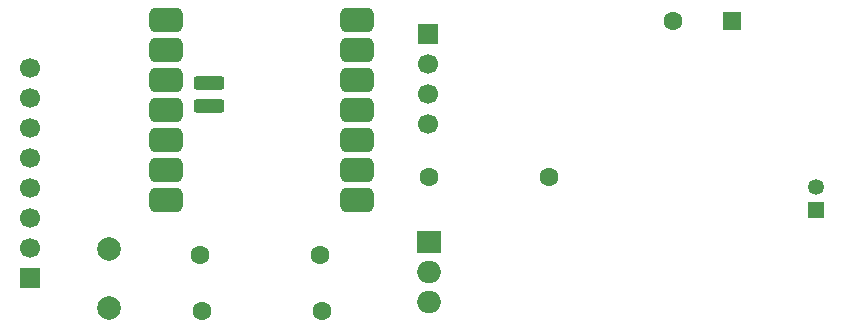
<source format=gbr>
G04 #@! TF.GenerationSoftware,KiCad,Pcbnew,9.0.4*
G04 #@! TF.CreationDate,2026-01-25T14:47:56-08:00*
G04 #@! TF.ProjectId,e-ink_PCB,652d696e-6b5f-4504-9342-2e6b69636164,rev?*
G04 #@! TF.SameCoordinates,Original*
G04 #@! TF.FileFunction,Soldermask,Top*
G04 #@! TF.FilePolarity,Negative*
%FSLAX46Y46*%
G04 Gerber Fmt 4.6, Leading zero omitted, Abs format (unit mm)*
G04 Created by KiCad (PCBNEW 9.0.4) date 2026-01-25 14:47:56*
%MOMM*%
%LPD*%
G01*
G04 APERTURE LIST*
G04 Aperture macros list*
%AMRoundRect*
0 Rectangle with rounded corners*
0 $1 Rounding radius*
0 $2 $3 $4 $5 $6 $7 $8 $9 X,Y pos of 4 corners*
0 Add a 4 corners polygon primitive as box body*
4,1,4,$2,$3,$4,$5,$6,$7,$8,$9,$2,$3,0*
0 Add four circle primitives for the rounded corners*
1,1,$1+$1,$2,$3*
1,1,$1+$1,$4,$5*
1,1,$1+$1,$6,$7*
1,1,$1+$1,$8,$9*
0 Add four rect primitives between the rounded corners*
20,1,$1+$1,$2,$3,$4,$5,0*
20,1,$1+$1,$4,$5,$6,$7,0*
20,1,$1+$1,$6,$7,$8,$9,0*
20,1,$1+$1,$8,$9,$2,$3,0*%
G04 Aperture macros list end*
%ADD10RoundRect,0.525400X-0.900400X-0.525400X0.900400X-0.525400X0.900400X0.525400X-0.900400X0.525400X0*%
%ADD11RoundRect,0.300400X1.000400X0.300400X-1.000400X0.300400X-1.000400X-0.300400X1.000400X-0.300400X0*%
%ADD12R,1.700000X1.700000*%
%ADD13C,1.700000*%
%ADD14C,1.600000*%
%ADD15R,2.000000X1.905000*%
%ADD16O,2.000000X1.905000*%
%ADD17R,1.350000X1.350000*%
%ADD18C,1.350000*%
%ADD19RoundRect,0.250000X0.550000X0.550000X-0.550000X0.550000X-0.550000X-0.550000X0.550000X-0.550000X0*%
%ADD20C,2.000000*%
G04 APERTURE END LIST*
D10*
G04 #@! TO.C,J1*
X88000000Y-96420000D03*
X88000000Y-98960000D03*
X104165000Y-101500000D03*
X88000000Y-101500000D03*
X88000000Y-104040000D03*
X104165000Y-96420000D03*
X88000000Y-106580000D03*
X88000000Y-109120000D03*
X104165000Y-109120000D03*
X104165000Y-106580000D03*
X104165000Y-104040000D03*
X104165000Y-111660000D03*
X88000000Y-111660000D03*
D11*
X91610000Y-103658000D03*
X91610000Y-101753000D03*
D10*
X104165000Y-98960000D03*
G04 #@! TD*
D12*
G04 #@! TO.C,J3*
X110200000Y-97580000D03*
D13*
X110200000Y-100120000D03*
X110200000Y-102660000D03*
X110200000Y-105200000D03*
G04 #@! TD*
D14*
G04 #@! TO.C,R3*
X110240000Y-109700000D03*
X120400000Y-109700000D03*
G04 #@! TD*
G04 #@! TO.C,R1*
X90920000Y-116300000D03*
X101080000Y-116300000D03*
G04 #@! TD*
D15*
G04 #@! TO.C,MOSFET*
X110300000Y-115220000D03*
D16*
X110300000Y-117760000D03*
X110300000Y-120300000D03*
G04 #@! TD*
D17*
G04 #@! TO.C,J5*
X143000000Y-112500000D03*
D18*
X143000000Y-110500000D03*
G04 #@! TD*
D19*
G04 #@! TO.C,J4*
X135902651Y-96500000D03*
D14*
X130902651Y-96500000D03*
G04 #@! TD*
D20*
G04 #@! TO.C,C1*
X83200000Y-120800000D03*
X83200000Y-115800000D03*
G04 #@! TD*
D12*
G04 #@! TO.C,Display*
X76500000Y-118200000D03*
D13*
X76500000Y-115660000D03*
X76500000Y-113120000D03*
X76500000Y-110580000D03*
X76500000Y-108040000D03*
X76500000Y-105500000D03*
X76500000Y-102960000D03*
X76500000Y-100420000D03*
G04 #@! TD*
D14*
G04 #@! TO.C,R2*
X91020000Y-121000000D03*
X101180000Y-121000000D03*
G04 #@! TD*
M02*

</source>
